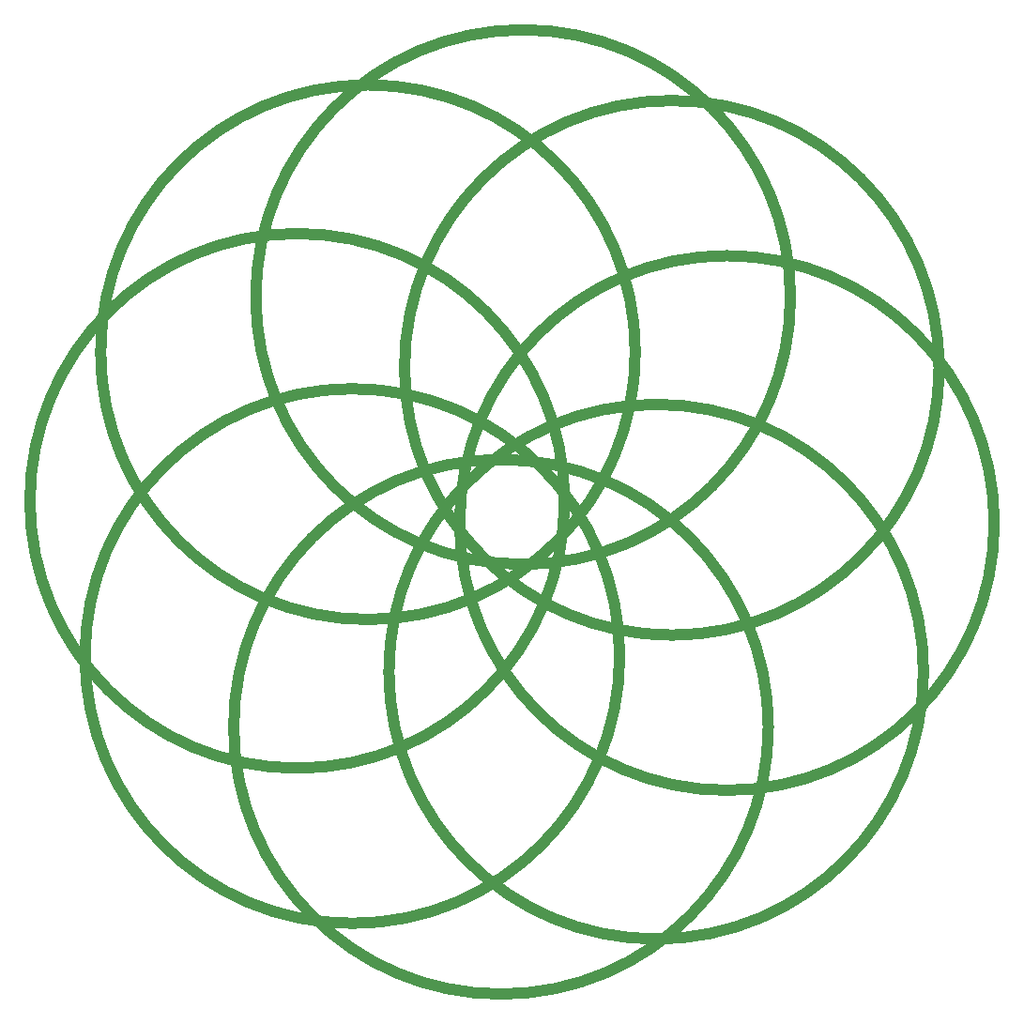
<source format=gbo>
G04 #@! TF.FileFunction,Legend,Bot*
%FSLAX46Y46*%
G04 Gerber Fmt 4.6, Leading zero omitted, Abs format (unit mm)*
G04 Created by KiCad (PCBNEW 4.0.5) date Thursday, July 20, 2017 'PMt' 06:29:34 PM*
%MOMM*%
%LPD*%
G01*
G04 APERTURE LIST*
%ADD10C,0.050000*%
%ADD11C,1.000000*%
G04 APERTURE END LIST*
D10*
D11*
X146950001Y-114000000D02*
G75*
G03X146950001Y-114000000I-24110164J0D01*
G01*
X160363027Y-120381912D02*
G75*
G03X160363027Y-120381912I-24110163J0D01*
G01*
X174360164Y-115410163D02*
G75*
G03X174360164Y-115410163I-24110164J0D01*
G01*
X180742075Y-101997136D02*
G75*
G03X180742075Y-101997136I-24110163J0D01*
G01*
X175770327Y-88000000D02*
G75*
G03X175770327Y-88000000I-24110164J0D01*
G01*
X162357299Y-81618088D02*
G75*
G03X162357299Y-81618088I-24110163J0D01*
G01*
X148360164Y-86589837D02*
G75*
G03X148360164Y-86589837I-24110164J0D01*
G01*
X141978251Y-100002864D02*
G75*
G03X141978251Y-100002864I-24110163J0D01*
G01*
M02*

</source>
